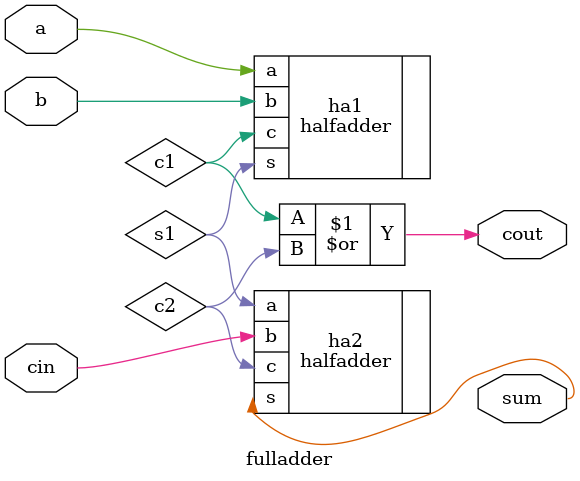
<source format=sv>
module fulladder (
    input logic a, b, cin,
    output logic sum, cout
);

    logic s1, c1, c2;

    halfadder ha1 (
        .a(a),
        .b(b),
        .s(s1),
        .c(c1)
    );

    halfadder ha2 (
        .a(s1),
        .b(cin),
        .s(sum),
        .c(c2)
    );

    assign cout = c1 | c2;

endmodule
</source>
